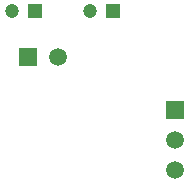
<source format=gbr>
%TF.GenerationSoftware,Altium Limited,Altium Designer,22.7.1 (60)*%
G04 Layer_Color=255*
%FSLAX45Y45*%
%MOMM*%
%TF.SameCoordinates,04235CBA-543E-4B11-AFE6-CF9E8B66919D*%
%TF.FilePolarity,Positive*%
%TF.FileFunction,Pads,Bot*%
%TF.Part,Single*%
G01*
G75*
%TA.AperFunction,ComponentPad*%
%ADD17R,1.50000X1.50000*%
%ADD18C,1.50000*%
%ADD19R,1.50000X1.50000*%
%ADD20C,1.20000*%
%ADD21R,1.20000X1.20000*%
D17*
X10960100Y6946900D02*
D03*
D18*
Y6692900D02*
D03*
Y6438900D02*
D03*
X9969500Y7391400D02*
D03*
D19*
X9715500D02*
D03*
D20*
X10237800Y7781400D02*
D03*
X9577400D02*
D03*
D21*
X10437800D02*
D03*
X9777400D02*
D03*
%TF.MD5,6f9922ae259ef2114e3df09ebee438b0*%
M02*

</source>
